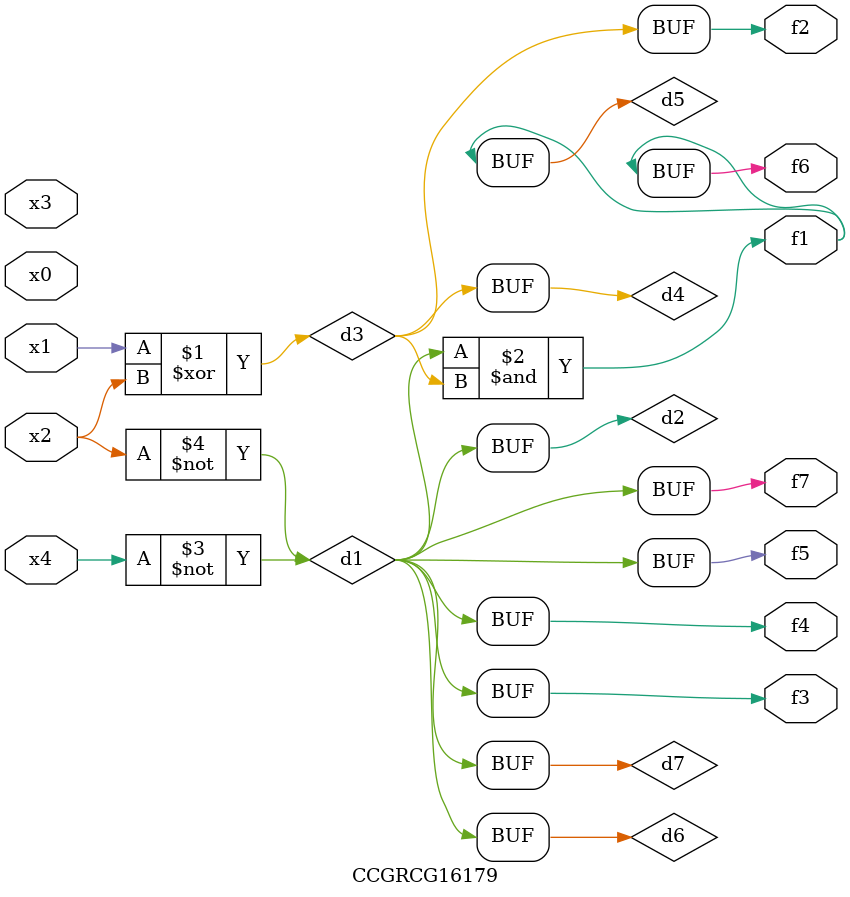
<source format=v>
module CCGRCG16179(
	input x0, x1, x2, x3, x4,
	output f1, f2, f3, f4, f5, f6, f7
);

	wire d1, d2, d3, d4, d5, d6, d7;

	not (d1, x4);
	not (d2, x2);
	xor (d3, x1, x2);
	buf (d4, d3);
	and (d5, d1, d3);
	buf (d6, d1, d2);
	buf (d7, d2);
	assign f1 = d5;
	assign f2 = d4;
	assign f3 = d7;
	assign f4 = d7;
	assign f5 = d7;
	assign f6 = d5;
	assign f7 = d7;
endmodule

</source>
